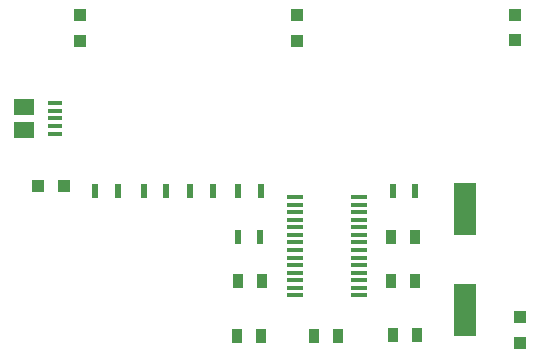
<source format=gtp>
G04 #@! TF.FileFunction,Paste,Top*
%FSLAX46Y46*%
G04 Gerber Fmt 4.6, Leading zero omitted, Abs format (unit mm)*
G04 Created by KiCad (PCBNEW 4.0.7) date 04/20/18 23:23:33*
%MOMM*%
%LPD*%
G01*
G04 APERTURE LIST*
%ADD10C,0.127000*%
%ADD11R,0.920000X1.170000*%
%ADD12R,1.120000X1.120000*%
%ADD13R,1.445000X0.360000*%
%ADD14R,0.620000X1.220000*%
%ADD15R,1.920000X4.420000*%
%ADD16R,1.820000X1.420000*%
%ADD17R,1.270000X0.320000*%
G04 APERTURE END LIST*
D10*
D11*
X141189000Y-103099000D03*
X143189000Y-103099000D03*
X134636000Y-107747000D03*
X136636000Y-107747000D03*
X143326000Y-107711000D03*
X141326000Y-107711000D03*
X141189000Y-99385100D03*
X143189000Y-99385100D03*
X130200000Y-103099000D03*
X128200000Y-103099000D03*
X130159000Y-107787000D03*
X128159000Y-107787000D03*
D12*
X113490000Y-95097600D03*
X111290000Y-95097600D03*
X114859000Y-82801600D03*
X114859000Y-80601600D03*
X151643000Y-82755900D03*
X151643000Y-80555900D03*
X133182000Y-82837200D03*
X133182000Y-80637200D03*
X152080000Y-106154000D03*
X152080000Y-108354000D03*
D13*
X138470000Y-104338000D03*
X138470000Y-103698000D03*
X138470000Y-103058000D03*
X138470000Y-102418000D03*
X138470000Y-101778000D03*
X138470000Y-101138000D03*
X138470000Y-100498000D03*
X138470000Y-99858000D03*
X138470000Y-99218000D03*
X138470000Y-98578000D03*
X138470000Y-97938000D03*
X138470000Y-97298000D03*
X138470000Y-96658000D03*
X138470000Y-96018000D03*
X133046000Y-96018000D03*
X133046000Y-96658000D03*
X133046000Y-97298000D03*
X133046000Y-97938000D03*
X133046000Y-98578000D03*
X133046000Y-99218000D03*
X133046000Y-99858000D03*
X133046000Y-100498000D03*
X133046000Y-101138000D03*
X133046000Y-101778000D03*
X133046000Y-102418000D03*
X133046000Y-103058000D03*
X133046000Y-103698000D03*
X133046000Y-104338000D03*
D14*
X141331000Y-95524300D03*
X143231000Y-95524300D03*
X130145000Y-95529400D03*
X128245000Y-95529400D03*
X124160000Y-95524300D03*
X126060000Y-95524300D03*
X120218000Y-95524300D03*
X122118000Y-95524300D03*
X130089000Y-99410500D03*
X128189000Y-99410500D03*
X116119000Y-95529400D03*
X118019000Y-95529400D03*
D15*
X147411000Y-105535000D03*
X147411000Y-97035000D03*
D16*
X110056000Y-90347000D03*
D17*
X112756000Y-88697000D03*
X112756000Y-88047000D03*
X112756000Y-90647000D03*
X112756000Y-89997000D03*
X112756000Y-89347000D03*
D16*
X110056000Y-88347000D03*
M02*

</source>
